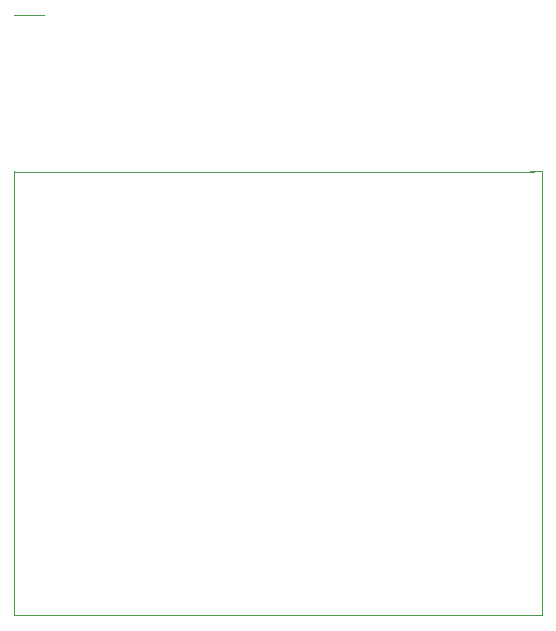
<source format=gbr>
G04 #@! TF.FileFunction,Profile,NP*
%FSLAX46Y46*%
G04 Gerber Fmt 4.6, Leading zero omitted, Abs format (unit mm)*
G04 Created by KiCad (PCBNEW (after 2015-may-25 BZR unknown)-product) date 6/28/2015 12:11:07 AM*
%MOMM*%
G01*
G04 APERTURE LIST*
%ADD10C,0.100000*%
G04 APERTURE END LIST*
D10*
X33020000Y-68580000D02*
X77724000Y-68580000D01*
X77724000Y-30988000D02*
X76708000Y-30988000D01*
X77724000Y-30988000D02*
X77724000Y-31750000D01*
X77724000Y-31242000D02*
X77724000Y-68580000D01*
X33020000Y-37592000D02*
X33020000Y-30988000D01*
X33020000Y-17780000D02*
X35560000Y-17780000D01*
X33020000Y-68580000D02*
X33020000Y-37500000D01*
X33000000Y-31000000D02*
X77000000Y-31000000D01*
M02*

</source>
